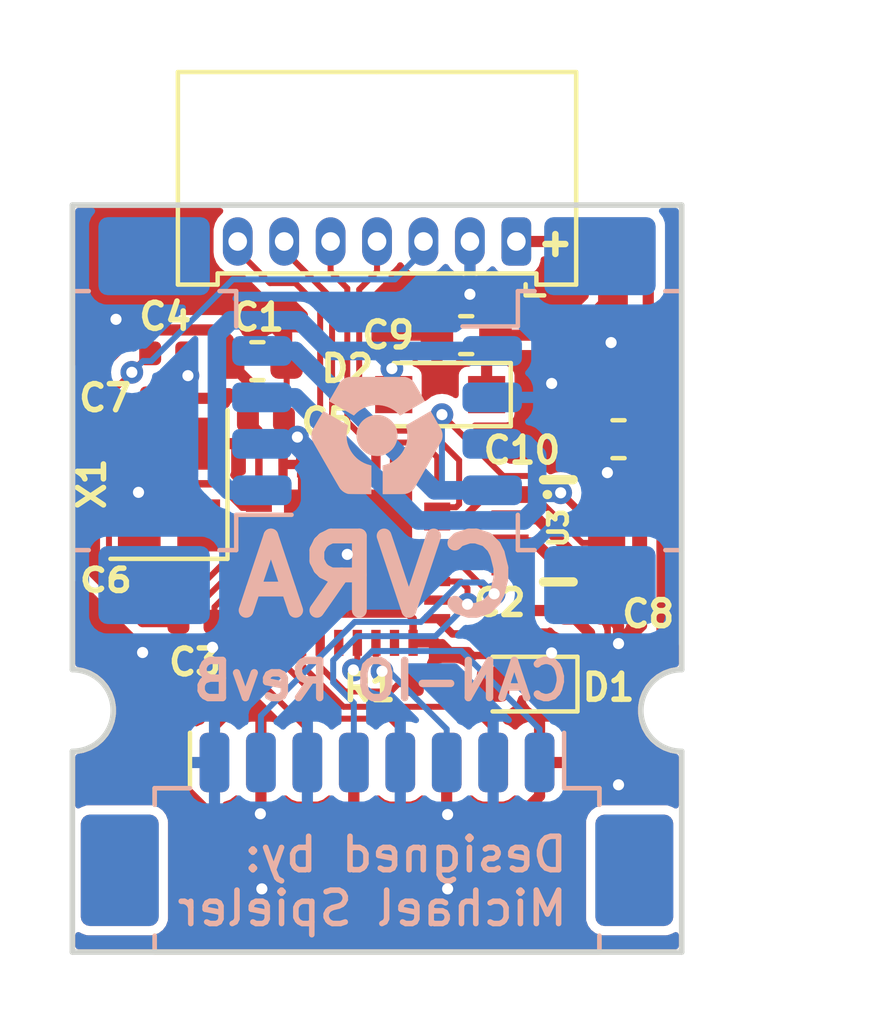
<source format=kicad_pcb>
(kicad_pcb (version 20221018) (generator pcbnew)
  (layers (0 "F.Cu" signal) (31 "B.Cu" signal) (34 "B.Paste" user) (35 "F.Paste" user) (36 "B.SilkS" user "B.Silkscreen") (37 "F.SilkS" user "F.Silkscreen") (38 "B.Mask" user) (39 "F.Mask" user) (44 "Edge.Cuts" user))
  (net 0 "")
  (net 1 "VCC")
  (net 2 "GND")
  (net 3 "/RST")
  (net 4 "Net-(C6-Pad1)")
  (net 5 "Net-(C7-Pad1)")
  (net 6 "/5V_CAN")
  (net 7 "/SWIO")
  (net 8 "/SWCK")
  (net 9 "Net-(CONN2-Pad3)")
  (net 10 "Net-(CONN2-Pad4)")
  (net 11 "/LED")
  (net 12 "/CAN_RX")
  (net 13 "/CAN_TX")
  (net 14 "/IO_PB6_I2C1SCL_UART1TX")
  (net 15 "/IO_PB7_I2C1SDA_UART1RX")
  (net 16 "/PWM3_PA10_TIM1_CH3")
  (net 17 "/PWM2_PA9_TIM1_CH2")
  (net 18 "/PWM1_PA7_TIM17_CH1")
  (net 19 "/PWM0_PA6_TIM16_CH1")
  (net 20 "/IO0_PA0")
  (net 21 "/IO1_PA1")
  (net 22 "/IO2_PA2")
  (net 23 "/IO3_PA3")
  (net 24 "Net-(D1-Pad2)")
  (net 25 "Net-(C9-Pad1)")
  (footprint "_std:_SOT23-8" (layer "F.Cu") (at 95.58 71.99 -90)
    (fp_text reference "U3" (at 0.9 -1.3 270) (layer "F.SilkS") (effects (font (size 0.5 0.5) (thickness 0.125))))
    (fp_text value "MAX3051" hide)
    (pad "1" smd rect (at 0 0 270) (size 0.45 1) (layers "F.Cu" "F.Paste" "F.Mask") (net 13 "/CAN_TX") (clearance 0.19))
    (pad "2" smd rect (at 0.65 0 270) (size 0.45 1) (layers "F.Cu" "F.Paste" "F.Mask") (net 2 "GND") (clearance 0.19))
    (pad "3" smd rect (at 1.3 0 270) (size 0.45 1) (layers "F.Cu" "F.Paste" "F.Mask") (net 1 "VCC") (clearance 0.19))
    (pad "4" smd rect (at 1.95 0 270) (size 0.45 1) (layers "F.Cu" "F.Paste" "F.Mask") (net 12 "/CAN_RX") (clearance 0.19))
    (pad "5" smd rect (at 1.95 -2.6 270) (size 0.45 1) (layers "F.Cu" "F.Paste" "F.Mask") (net 2 "GND") (clearance 0.19))
    (pad "6" smd rect (at 1.3 -2.6 270) (size 0.45 1) (layers "F.Cu" "F.Paste" "F.Mask") (net 10 "Net-(CONN2-Pad4)") (clearance 0.19))
    (pad "7" smd rect (at 0.65 -2.6 270) (size 0.45 1) (layers "F.Cu" "F.Paste" "F.Mask") (net 9 "Net-(CONN2-Pad3)") (clearance 0.19))
    (pad "8" smd rect (at 0 -2.6 270) (size 0.45 1) (layers "F.Cu" "F.Paste" "F.Mask") (net 2 "GND") (clearance 0.19))
  )
  (footprint "Capacitor_SMD:C_0402_1005Metric" (layer "F.Cu") (at 95.51 75.74)
    (fp_text reference "C2" (at -0.21 -0.84) (layer "F.SilkS") (effects (font (size 0.7 0.7))))
    (fp_text value "0.1uF")
    (pad "1" smd roundrect (at -0.485 0) (size 0.59 0.64) (layers "F.Cu" "F.Paste" "F.Mask") (net 1 "VCC"))
    (pad "2" smd roundrect (at 0.485 0) (size 0.59 0.64) (layers "F.Cu" "F.Paste" "F.Mask") (net 2 "GND"))
  )
  (footprint "Capacitor_SMD:C_0402_1005Metric" (layer "F.Cu") (at 87.14 75.41)
    (fp_text reference "C3" (at -0.04 1.09) (layer "F.SilkS") (effects (font (size 0.7 0.7))))
    (fp_text value "0.1uF")
    (pad "1" smd roundrect (at -0.485 0) (size 0.59 0.64) (layers "F.Cu" "F.Paste" "F.Mask") (net 1 "VCC"))
    (pad "2" smd roundrect (at 0.485 0) (size 0.59 0.64) (layers "F.Cu" "F.Paste" "F.Mask") (net 2 "GND"))
  )
  (footprint "Capacitor_SMD:C_0402_1005Metric" (layer "F.Cu") (at 86.38 68.19)
    (fp_text reference "C4" (at -0.08 -0.99) (layer "F.SilkS") (effects (font (size 0.7 0.7))))
    (fp_text value "0.1uF")
    (pad "1" smd roundrect (at -0.485 0) (size 0.59 0.64) (layers "F.Cu" "F.Paste" "F.Mask") (net 3 "/RST"))
    (pad "2" smd roundrect (at 0.485 0) (size 0.59 0.64) (layers "F.Cu" "F.Paste" "F.Mask") (net 2 "GND"))
  )
  (footprint "Capacitor_SMD:C_0402_1005Metric" (layer "F.Cu") (at 89.01 69.96)
    (fp_text reference "C5" (at 1.65 0.08) (layer "F.SilkS") (effects (font (size 0.7 0.7))))
    (fp_text value "0.1uF")
    (pad "1" smd roundrect (at -0.485 0) (size 0.59 0.64) (layers "F.Cu" "F.Paste" "F.Mask") (net 1 "VCC"))
    (pad "2" smd roundrect (at 0.485 0) (size 0.59 0.64) (layers "F.Cu" "F.Paste" "F.Mask") (net 2 "GND"))
  )
  (footprint "Capacitor_SMD:C_0402_1005Metric" (layer "F.Cu") (at 86.27 74.08 180)
    (fp_text reference "C6" (at 1.57 -0.22 180) (layer "F.SilkS") (effects (font (size 0.6 0.7))))
    (fp_text value "10pF")
    (pad "1" smd roundrect (at -0.485 0 180) (size 0.59 0.64) (layers "F.Cu" "F.Paste" "F.Mask") (net 4 "Net-(C6-Pad1)"))
    (pad "2" smd roundrect (at 0.485 0 180) (size 0.59 0.64) (layers "F.Cu" "F.Paste" "F.Mask") (net 2 "GND"))
  )
  (footprint "Capacitor_SMD:C_0402_1005Metric" (layer "F.Cu") (at 86.4 69.4)
    (fp_text reference "C7" (at -1.72 -0.01) (layer "F.SilkS") (effects (font (size 0.7 0.7))))
    (fp_text value "10pF")
    (pad "1" smd roundrect (at -0.485 0) (size 0.59 0.64) (layers "F.Cu" "F.Paste" "F.Mask") (net 5 "Net-(C7-Pad1)"))
    (pad "2" smd roundrect (at 0.485 0) (size 0.59 0.64) (layers "F.Cu" "F.Paste" "F.Mask") (net 2 "GND"))
  )
  (footprint "Capacitor_SMD:C_0402_1005Metric" (layer "F.Cu") (at 97.66 75.17)
    (fp_text reference "C8" (at 1.64 0.03) (layer "F.SilkS") (effects (font (size 0.7 0.7))))
    (fp_text value "0.1uF")
    (pad "1" smd roundrect (at -0.485 0) (size 0.59 0.64) (layers "F.Cu" "F.Paste" "F.Mask") (net 1 "VCC"))
    (pad "2" smd roundrect (at 0.485 0) (size 0.59 0.64) (layers "F.Cu" "F.Paste" "F.Mask") (net 2 "GND"))
  )
  (footprint "Resistor_SMD:R_0402_1005Metric" (layer "F.Cu") (at 93.45 77.09)
    (fp_text reference "R1" (at -1.65 0.1) (layer "F.SilkS") (effects (font (size 0.7 0.7))))
    (fp_text value "510")
    (pad "1" smd roundrect (at -0.485 0) (size 0.59 0.64) (layers "F.Cu" "F.Paste" "F.Mask") (net 11 "/LED"))
    (pad "2" smd roundrect (at 0.485 0) (size 0.59 0.64) (layers "F.Cu" "F.Paste" "F.Mask") (net 24 "Net-(D1-Pad2)"))
  )
  (footprint "LED_SMD:LED_0603_1608Metric" (layer "F.Cu") (at 95.91 77.09 180)
    (fp_text reference "D1" (at -2.32 -0.09 180) (layer "F.SilkS") (effects (font (size 0.7 0.7))))
    (fp_text value "LED")
    (pad "1" smd roundrect (at -0.7875 0 180) (size 0.875 0.95) (layers "F.Cu" "F.Paste" "F.Mask") (net 2 "GND"))
    (pad "2" smd roundrect (at 0.7875 0 180) (size 0.875 0.95) (layers "F.Cu" "F.Paste" "F.Mask") (net 24 "Net-(D1-Pad2)"))
  )
  (footprint "Connector_Molex:Molex_PicoBlade_53261-0871_1x08-1MP_P1.25mm_Horizontal" (layer "F.Cu") (at 92 81.6)
    (fp_text reference "J2" hide)
    (fp_text value "CONN_PWM")
    (pad "1" smd roundrect (at -4.375 -2.4) (size 0.8 1.6) (layers "F.Cu" "F.Paste" "F.Mask") (net 20 "/IO0_PA0"))
    (pad "2" smd roundrect (at -3.125 -2.4) (size 0.8 1.6) (layers "F.Cu" "F.Paste" "F.Mask") (net 2 "GND"))
    (pad "3" smd roundrect (at -1.875 -2.4) (size 0.8 1.6) (layers "F.Cu" "F.Paste" "F.Mask") (net 21 "/IO1_PA1"))
    (pad "4" smd roundrect (at -0.625 -2.4) (size 0.8 1.6) (layers "F.Cu" "F.Paste" "F.Mask") (net 2 "GND"))
    (pad "5" smd roundrect (at 0.625 -2.4) (size 0.8 1.6) (layers "F.Cu" "F.Paste" "F.Mask") (net 22 "/IO2_PA2"))
    (pad "6" smd roundrect (at 1.875 -2.4) (size 0.8 1.6) (layers "F.Cu" "F.Paste" "F.Mask") (net 2 "GND"))
    (pad "7" smd roundrect (at 3.125 -2.4) (size 0.8 1.6) (layers "F.Cu" "F.Paste" "F.Mask") (net 23 "/IO3_PA3"))
    (pad "8" smd roundrect (at 4.375 -2.4) (size 0.8 1.6) (layers "F.Cu" "F.Paste" "F.Mask") (net 2 "GND"))
    (pad "MP" smd roundrect (at -6.925 0.5) (size 2.1 3) (layers "F.Cu" "F.Paste" "F.Mask") (roundrect_rratio 0.1190480952))
    (pad "MP" smd roundrect (at 6.925 0.5) (size 2.1 3) (layers "F.Cu" "F.Paste" "F.Mask") (roundrect_rratio 0.1190480952))
  )
  (footprint "Crystal:Crystal_SMD_SeikoEpson_TSX3225-4Pin_3.2x2.5mm" (layer "F.Cu") (at 86.4 71.72 90)
    (fp_text reference "X1" (at 0.02 -2.08 90) (layer "F.SilkS") (effects (font (size 0.7 0.7))))
    (fp_text value "16MHz 10ppm")
    (pad "1" smd rect (at -1.1 0.8 90) (size 1.4 1.15) (layers "F.Cu" "F.Paste" "F.Mask") (net 4 "Net-(C6-Pad1)"))
    (pad "2" smd rect (at 1.1 0.8 90) (size 1.4 1.15) (layers "F.Cu" "F.Paste" "F.Mask") (net 2 "GND"))
    (pad "3" smd rect (at 1.1 -0.8 90) (size 1.4 1.15) (layers "F.Cu" "F.Paste" "F.Mask") (net 5 "Net-(C7-Pad1)"))
    (pad "4" smd rect (at -1.1 -0.8 90) (size 1.4 1.15) (layers "F.Cu" "F.Paste" "F.Mask") (net 2 "GND"))
  )
  (footprint "Capacitor_SMD:C_0603_1608Metric" (layer "F.Cu") (at 88.78 68.4)
    (fp_text reference "C1" (at 0.02 -1.18) (layer "F.SilkS") (effects (font (size 0.7 0.7))))
    (fp_text value "1uF")
    (pad "1" smd roundrect (at -0.7875 0) (size 0.875 0.95) (layers "F.Cu" "F.Paste" "F.Mask") (net 1 "VCC"))
    (pad "2" smd roundrect (at 0.7875 0) (size 0.875 0.95) (layers "F.Cu" "F.Paste" "F.Mask") (net 2 "GND"))
  )
  (footprint "Housings_DFN_QFN:QFN-32-1EP_5x5mm_Pitch0.5mm" (layer "F.Cu") (at 91.22 73.58)
    (fp_text reference "U1" hide)
    (fp_text value "STM32F302K8U6")
    (pad "1" smd rect (at -2.4 -1.75) (size 0.7 0.25) (layers "F.Cu" "F.Paste" "F.Mask") (net 1 "VCC"))
    (pad "2" smd rect (at -2.4 -1.25) (size 0.7 0.25) (layers "F.Cu" "F.Paste" "F.Mask") (net 5 "Net-(C7-Pad1)"))
    (pad "3" smd rect (at -2.4 -0.75) (size 0.7 0.25) (layers "F.Cu" "F.Paste" "F.Mask") (net 4 "Net-(C6-Pad1)"))
    (pad "4" smd rect (at -2.4 -0.25) (size 0.7 0.25) (layers "F.Cu" "F.Paste" "F.Mask") (net 3 "/RST"))
    (pad "5" smd rect (at -2.4 0.25) (size 0.7 0.25) (layers "F.Cu" "F.Paste" "F.Mask") (net 1 "VCC"))
    (pad "6" smd rect (at -2.4 0.75) (size 0.7 0.25) (layers "F.Cu" "F.Paste" "F.Mask") (net 2 "GND"))
    (pad "7" smd rect (at -2.4 1.25) (size 0.7 0.25) (layers "F.Cu" "F.Paste" "F.Mask") (net 20 "/IO0_PA0"))
    (pad "8" smd rect (at -2.4 1.75) (size 0.7 0.25) (layers "F.Cu" "F.Paste" "F.Mask") (net 21 "/IO1_PA1"))
    (pad "9" smd rect (at -1.75 2.4 90) (size 0.7 0.25) (layers "F.Cu" "F.Paste" "F.Mask") (net 22 "/IO2_PA2"))
    (pad "10" smd rect (at -1.25 2.4 90) (size 0.7 0.25) (layers "F.Cu" "F.Paste" "F.Mask") (net 23 "/IO3_PA3"))
    (pad "11" smd rect (at -0.75 2.4 90) (size 0.7 0.25) (layers "F.Cu" "F.Paste" "F.Mask") (net 11 "/LED"))
    (pad "12" smd rect (at -0.25 2.4 90) (size 0.7 0.25) (layers "F.Cu" "F.Paste" "F.Mask"))
    (pad "13" smd rect (at 0.25 2.4 90) (size 0.7 0.25) (layers "F.Cu" "F.Paste" "F.Mask") (net 19 "/PWM0_PA6_TIM16_CH1"))
    (pad "14" smd rect (at 0.75 2.4 90) (size 0.7 0.25) (layers "F.Cu" "F.Paste" "F.Mask") (net 18 "/PWM1_PA7_TIM17_CH1"))
    (pad "15" smd rect (at 1.25 2.4 90) (size 0.7 0.25) (layers "F.Cu" "F.Paste" "F.Mask"))
    (pad "16" smd rect (at 1.75 2.4 90) (size 0.7 0.25) (layers "F.Cu" "F.Paste" "F.Mask") (net 2 "GND"))
    (pad "17" smd rect (at 2.4 1.75) (size 0.7 0.25) (layers "F.Cu" "F.Paste" "F.Mask") (net 1 "VCC"))
    (pad "18" smd rect (at 2.4 1.25) (size 0.7 0.25) (layers "F.Cu" "F.Paste" "F.Mask"))
    (pad "19" smd rect (at 2.4 0.75) (size 0.7 0.25) (layers "F.Cu" "F.Paste" "F.Mask") (net 17 "/PWM2_PA9_TIM1_CH2"))
    (pad "20" smd rect (at 2.4 0.25) (size 0.7 0.25) (layers "F.Cu" "F.Paste" "F.Mask") (net 16 "/PWM3_PA10_TIM1_CH3"))
    (pad "21" smd rect (at 2.4 -0.25) (size 0.7 0.25) (layers "F.Cu" "F.Paste" "F.Mask") (net 12 "/CAN_RX"))
    (pad "22" smd rect (at 2.4 -0.75) (size 0.7 0.25) (layers "F.Cu" "F.Paste" "F.Mask") (net 13 "/CAN_TX"))
    (pad "23" smd rect (at 2.4 -1.25) (size 0.7 0.25) (layers "F.Cu" "F.Paste" "F.Mask") (net 7 "/SWIO"))
    (pad "24" smd rect (at 2.4 -1.75) (size 0.7 0.25) (layers "F.Cu" "F.Paste" "F.Mask") (net 8 "/SWCK"))
    (pad "25" smd rect (at 1.75 -2.4 90) (size 0.7 0.25) (layers "F.Cu" "F.Paste" "F.Mask"))
    (pad "26" smd rect (at 1.25 -2.4 90) (size 0.7 0.25) (layers "F.Cu" "F.Paste" "F.Mask"))
    (pad "27" smd rect (at 0.75 -2.4 90) (size 0.7 0.25) (layers "F.Cu" "F.Paste" "F.Mask"))
    (pad "28" smd rect (at 0.25 -2.4 90) (size 0.7 0.25) (layers "F.Cu" "F.Paste" "F.Mask"))
    (pad "29" smd rect (at -0.25 -2.4 90) (size 0.7 0.25) (layers "F.Cu" "F.Paste" "F.Mask") (net 14 "/IO_PB6_I2C1SCL_UART1TX"))
    (pad "30" smd rect (at -0.75 -2.4 90) (size 0.7 0.25) (layers "F.Cu" "F.Paste" "F.Mask") (net 15 "/IO_PB7_I2C1SDA_UART1RX"))
    (pad "31" smd rect (at -1.25 -2.4 90) (size 0.7 0.25) (layers "F.Cu" "F.Paste" "F.Mask") (net 2 "GND"))
    (pad "32" smd rect (at -1.75 -2.4 90) (size 0.7 0.25) (layers "F.Cu" "F.Paste" "F.Mask") (net 2 "GND"))
    (pad "33" smd rect (at -0.8625 -0.8625) (size 1.725 1.725) (layers "F.Cu" "F.Paste" "F.Mask") (net 2 "GND"))
    (pad "33" smd rect (at -0.8625 0.8625) (size 1.725 1.725) (layers "F.Cu" "F.Paste" "F.Mask") (net 2 "GND"))
    (pad "33" smd rect (at 0.8625 -0.8625) (size 1.725 1.725) (layers "F.Cu" "F.Paste" "F.Mask") (net 2 "GND"))
    (pad "33" smd rect (at 0.8625 0.8625) (size 1.725 1.725) (layers "F.Cu" "F.Paste" "F.Mask") (net 2 "GND"))
  )
  (footprint "Diode_SMD:D_SOD-323_HandSoldering" (layer "F.Cu") (at 93.7 69.3 180)
    (fp_text reference "D2" (at 2.5 0.7 180) (layer "F.SilkS") (effects (font (size 0.7 0.7))))
    (fp_text value "SBR130S3-7")
    (pad "1" smd rect (at -1.25 0 180) (size 1 1) (layers "F.Cu" "F.Paste" "F.Mask") (net 25 "Net-(C9-Pad1)"))
    (pad "2" smd rect (at 1.25 0 180) (size 1 1) (layers "F.Cu" "F.Paste" "F.Mask") (net 6 "/5V_CAN"))
  )
  (footprint "Capacitor_SMD:C_0603_1608Metric" (layer "F.Cu") (at 98.5 70.5 180)
    (fp_text reference "C10" (at 2.6 -0.3) (layer "F.SilkS") (effects (font (size 0.7 0.7))))
    (fp_text value "22uF")
    (pad "1" smd roundrect (at -0.7875 0 180) (size 0.875 0.95) (layers "F.Cu" "F.Paste" "F.Mask") (net 1 "VCC"))
    (pad "2" smd roundrect (at 0.7875 0 180) (size 0.875 0.95) (layers "F.Cu" "F.Paste" "F.Mask") (net 2 "GND"))
  )
  (footprint "Capacitor_SMD:C_0603_1608Metric" (layer "F.Cu") (at 94.4 67.7 180)
    (fp_text reference "C9" (at 2.1 0 180) (layer "F.SilkS") (effects (font (size 0.7 0.7))))
    (fp_text value "1uF")
    (pad "1" smd roundrect (at -0.7875 0 180) (size 0.875 0.95) (layers "F.Cu" "F.Paste" "F.Mask") (net 25 "Net-(C9-Pad1)"))
    (pad "2" smd roundrect (at 0.7875 0 180) (size 0.875 0.95) (layers "F.Cu" "F.Paste" "F.Mask") (net 2 "GND"))
  )
  (footprint "_div:_MCP1703-SOT-23A" (layer "F.Cu") (at 97.4 69)
    (fp_text reference "U2" hide)
    (fp_text value "MCP1703" hide)
    (pad "1" smd rect (at 0 0) (size 0.8 1.2) (layers "F.Cu" "F.Paste" "F.Mask") (net 2 "GND"))
    (pad "2" smd rect (at 1.9 0) (size 0.8 1.2) (layers "F.Cu" "F.Paste" "F.Mask") (net 1 "VCC"))
    (pad "3" smd rect (at 0.95 -2.6) (size 0.8 1.2) (layers "F.Cu" "F.Paste" "F.Mask") (net 25 "Net-(C9-Pad1)"))
  )
  (footprint "Connector_Molex:Molex_PicoBlade_53048-1410_1x07_P1.25mm_Horizontal" (layer "F.Cu") (at 95.75 65.18 180)
    (fp_text reference "CONN1" hide)
    (fp_text value "SWD/DEBUG")
    (pad "1" thru_hole roundrect (at 0 0 180) (size 0.8 1.3) (drill 0.5) (layers "*.Cu" "*.Mask") (net 1 "VCC"))
    (pad "2" thru_hole oval (at 1.25 0 180) (size 0.8 1.3) (drill 0.5) (layers "*.Cu" "*.Mask") (net 2 "GND"))
    (pad "3" thru_hole oval (at 2.5 0 180) (size 0.8 1.3) (drill 0.5) (layers "*.Cu" "*.Mask") (net 3 "/RST"))
    (pad "4" thru_hole oval (at 3.75 0 180) (size 0.8 1.3) (drill 0.5) (layers "*.Cu" "*.Mask") (net 7 "/SWIO"))
    (pad "5" thru_hole oval (at 5 0 180) (size 0.8 1.3) (drill 0.5) (layers "*.Cu" "*.Mask") (net 8 "/SWCK"))
    (pad "6" thru_hole oval (at 6.25 0 180) (size 0.8 1.3) (drill 0.5) (layers "*.Cu" "*.Mask") (net 14 "/IO_PB6_I2C1SCL_UART1TX"))
    (pad "7" thru_hole oval (at 7.5 0 180) (size 0.8 1.3) (drill 0.5) (layers "*.Cu" "*.Mask") (net 15 "/IO_PB7_I2C1SDA_UART1RX"))
  )
  (footprint "Connector_Molex:Molex_PicoBlade_53261-0871_1x08-1MP_P1.25mm_Horizontal" (layer "B.Cu") (at 92 81.6 180)
    (fp_text reference "J1" hide)
    (fp_text value "CONN_IO")
    (pad "1" smd roundrect (at -4.375 2.4 180) (size 0.8 1.6) (layers "B.Cu" "B.Paste" "B.Mask") (net 19 "/PWM0_PA6_TIM16_CH1"))
    (pad "2" smd roundrect (at -3.125 2.4 180) (size 0.8 1.6) (layers "B.Cu" "B.Paste" "B.Mask") (net 2 "GND"))
    (pad "3" smd roundrect (at -1.875 2.4 180) (size 0.8 1.6) (layers "B.Cu" "B.Paste" "B.Mask") (net 18 "/PWM1_PA7_TIM17_CH1"))
    (pad "4" smd roundrect (at -0.625 2.4 180) (size 0.8 1.6) (layers "B.Cu" "B.Paste" "B.Mask") (net 2 "GND"))
    (pad "5" smd roundrect (at 0.625 2.4 180) (size 0.8 1.6) (layers "B.Cu" "B.Paste" "B.Mask") (net 17 "/PWM2_PA9_TIM1_CH2"))
    (pad "6" smd roundrect (at 1.875 2.4 180) (size 0.8 1.6) (layers "B.Cu" "B.Paste" "B.Mask") (net 2 "GND"))
    (pad "7" smd roundrect (at 3.125 2.4 180) (size 0.8 1.6) (layers "B.Cu" "B.Paste" "B.Mask") (net 16 "/PWM3_PA10_TIM1_CH3"))
    (pad "8" smd roundrect (at 4.375 2.4 180) (size 0.8 1.6) (layers "B.Cu" "B.Paste" "B.Mask") (net 2 "GND"))
    (pad "MP" smd roundrect (at -6.925 -0.5 180) (size 2.1 3) (layers "B.Cu" "B.Paste" "B.Mask") (roundrect_rratio 0.1190480952))
    (pad "MP" smd roundrect (at 6.925 -0.5 180) (size 2.1 3) (layers "B.Cu" "B.Paste" "B.Mask") (roundrect_rratio 0.1190480952))
  )
  (footprint "Connector_Molex:Molex_PicoBlade_53261-0471_1x04-1MP_P1.25mm_Horizontal" (layer "B.Cu") (at 86.5 70 90)
    (fp_text reference "CONN3" hide)
    (fp_text value "CAN")
    (pad "1" smd roundrect (at -1.875 2.4 90) (size 0.8 1.6) (layers "B.Cu" "B.Paste" "B.Mask") (net 6 "/5V_CAN"))
    (pad "2" smd roundrect (at -0.625 2.4 90) (size 0.8 1.6) (layers "B.Cu" "B.Paste" "B.Mask") (net 2 "GND"))
    (pad "3" smd roundrect (at 0.625 2.4 90) (size 0.8 1.6) (layers "B.Cu" "B.Paste" "B.Mask") (net 9 "Net-(CONN2-Pad3)"))
    (pad "4" smd roundrect (at 1.875 2.4 90) (size 0.8 1.6) (layers "B.Cu" "B.Paste" "B.Mask") (net 10 "Net-(CONN2-Pad4)"))
    (pad "MP" smd roundrect (at -4.425 -0.5 90) (size 2.1 3) (layers "B.Cu" "B.Paste" "B.Mask") (roundrect_rratio 0.1190480952))
    (pad "MP" smd roundrect (at 4.425 -0.5 90) (size 2.1 3) (layers "B.Cu" "B.Paste" "B.Mask") (roundrect_rratio 0.1190480952))
  )
  (footprint "Connector_Molex:Molex_PicoBlade_53261-0471_1x04-1MP_P1.25mm_Horizontal" (layer "B.Cu") (at 97.5 70 -90)
    (fp_text reference "CONN2" hide)
    (fp_text value "CAN")
    (pad "1" smd roundrect (at -1.875 2.4 270) (size 0.8 1.6) (layers "B.Cu" "B.Paste" "B.Mask") (net 6 "/5V_CAN"))
    (pad "2" smd roundrect (at -0.625 2.4 270) (size 0.8 1.6) (layers "B.Cu" "B.Paste" "B.Mask") (net 2 "GND"))
    (pad "3" smd roundrect (at 0.625 2.4 270) (size 0.8 1.6) (layers "B.Cu" "B.Paste" "B.Mask") (net 9 "Net-(CONN2-Pad3)"))
    (pad "4" smd roundrect (at 1.875 2.4 270) (size 0.8 1.6) (layers "B.Cu" "B.Paste" "B.Mask") (net 10 "Net-(CONN2-Pad4)"))
    (pad "MP" smd roundrect (at -4.425 -0.5 270) (size 2.1 3) (layers "B.Cu" "B.Paste" "B.Mask") (roundrect_rratio 0.1190480952))
    (pad "MP" smd roundrect (at 4.425 -0.5 270) (size 2.1 3) (layers "B.Cu" "B.Paste" "B.Mask") (roundrect_rratio 0.1190480952))
  )
  (footprint "_logo:CVRA-logo-small" (layer "B.Cu") (at 92 70.4 180)
    (fp_text reference "G***" hide)
    (fp_text value "LOGO" hide)
  )
  (gr_line (start 100.2 64.2) (end 100.2 76.7) (stroke (width 0.15)) (layer "Edge.Cuts"))
  (gr_line (start 83.8 76.7) (end 83.8 64.2) (stroke (width 0.15)) (layer "Edge.Cuts"))
  (gr_line (start 100.2 84.3) (end 83.8 84.3) (stroke (width 0.15)) (layer "Edge.Cuts"))
  (gr_arc (start 83.8 76.7) (mid 84.9 77.8) (end 83.8 78.9) (stroke (width 0.15)) (layer "Edge.Cuts"))
  (gr_line (start 83.8 64.2) (end 100.2 64.2) (stroke (width 0.15)) (layer "Edge.Cuts"))
  (gr_arc (start 100.2 78.9) (mid 99.1 77.8) (end 100.2 76.7) (stroke (width 0.15)) (layer "Edge.Cuts"))
  (gr_line (start 100.2 78.9) (end 100.2 84.3) (stroke (width 0.15)) (layer "Edge.Cuts"))
  (gr_line (start 83.8 78.9) (end 83.8 84.3) (stroke (width 0.15)) (layer "Edge.Cuts"))
  (gr_text "Designed by:\nMichael Spieler" (at 97.2 82.4) (layer "B.SilkS") (effects (font (size 0.9 0.9)) (justify left mirror)))
  (gr_text "CVRA" (at 92 74.2) (layer "B.SilkS") (effects (font (size 2 2) (thickness 0.4)) (justify mirror)))
  (gr_text "CAN-IO RevB" (at 92.1 77) (layer "B.SilkS") (effects (font (size 1 1) (thickness 0.2)) (justify mirror)))
  (gr_text "+" (at 96.8 65.2) (layer "F.SilkS") (effects (font (size 0.7 0.7) (thickness 0.175)) (justify mirror)))
  (segment (start 99.3 65.791998) (end 99.3 68.1) (width 0.3) (layer "F.Cu") (net 1))
  (segment (start 97.72 78.3) (end 97.72 76.7) (width 0.3) (layer "F.Cu") (net 1))
  (segment (start 96.71999 75.10999) (end 95.65501 75.10999) (width 0.3) (layer "F.Cu") (net 1))
  (segment (start 98.688002 65.18) (end 99.3 65.791998) (width 0.3) (layer "F.Cu") (net 1))
  (segment (start 96.267002 73.29) (end 97.175 74.197998) (width 0.3) (layer "F.Cu") (net 1))
  (segment (start 86.989168 75.075832) (end 87.091146 75.075832) (width 0.16) (layer "F.Cu") (net 1))
  (segment (start 97.175 74.75) (end 97.175 75.17) (width 0.3) (layer "F.Cu") (net 1))
  (segment (start 97.72 76.02) (end 97.72 75.715) (width 0.3) (layer "F.Cu") (net 1))
  (segment (start 87.9925 67.825) (end 87.72749 67.55999) (width 0.3) (layer "F.Cu") (net 1))
  (segment (start 85.557992 67.55999) (end 84.394989 68.722993) (width 0.3) (layer "F.Cu") (net 1))
  (segment (start 97.72 79.58) (end 97.72 78.3) (width 0.3) (layer "F.Cu") (net 1))
  (segment (start 96.78 75.17) (end 96.71999 75.10999) (width 0.3) (layer "F.Cu") (net 1))
  (segment (start 84.394989 68.722993) (end 84.394989 74.109568) (width 0.3) (layer "F.Cu") (net 1))
  (segment (start 98.710202 76.7) (end 97.72 76.7) (width 0.3) (layer "F.Cu") (net 1))
  (segment (start 87.72749 67.55999) (end 85.557992 67.55999) (width 0.3) (layer "F.Cu") (net 1))
  (segment (start 87.9925 68.4) (end 87.9925 67.825) (width 0.3) (layer "F.Cu") (net 1))
  (segment (start 88.223736 81.32) (end 95.98 81.32) (width 0.3) (layer "F.Cu") (net 1))
  (segment (start 95.75 65.18) (end 98.688002 65.18) (width 0.3) (layer "F.Cu") (net 1))
  (segment (start 99.67 71.4575) (end 99.67 75.740202) (width 0.3) (layer "F.Cu") (net 1))
  (segment (start 88.525 69.96) (end 88.525 68.9325) (width 0.3) (layer "F.Cu") (net 1))
  (segment (start 97.72 76.7) (end 97.72 76.02) (width 0.3) (layer "F.Cu") (net 1))
  (segment (start 99.67 75.740202) (end 98.710202 76.7) (width 0.3) (layer "F.Cu") (net 1))
  (segment (start 97.175 75.17) (end 96.78 75.17) (width 0.3) (layer "F.Cu") (net 1))
  (segment (start 95.98 81.32) (end 97.72 79.58) (width 0.3) (layer "F.Cu") (net 1))
  (segment (start 88.82 70.255) (end 88.525 69.96) (width 0.2) (layer "F.Cu") (net 1))
  (segment (start 99.2875 71.075) (end 99.67 71.4575) (width 0.3) (layer "F.Cu") (net 1))
  (segment (start 84.394989 74.109568) (end 85.695421 75.41) (width 0.3) (layer "F.Cu") (net 1))
  (segment (start 86.655 75.41) (end 86.989168 75.075832) (width 0.16) (layer "F.Cu") (net 1))
  (segment (start 99.3 68.1) (end 99.3 69) (width 0.3) (layer "F.Cu") (net 1))
  (segment (start 99.2875 70.5) (end 99.2875 71.075) (width 0.3) (layer "F.Cu") (net 1))
  (segment (start 95.025 75.74) (end 94.03 75.74) (width 0.2) (layer "F.Cu") (net 1))
  (segment (start 88.82 71.83) (end 88.82 70.255) (width 0.2) (layer "F.Cu") (net 1))
  (segment (start 88.525 68.9325) (end 87.9925 68.4) (width 0.3) (layer "F.Cu") (net 1))
  (segment (start 94.03 75.74) (end 93.62 75.33) (width 0.2) (layer "F.Cu") (net 1))
  (segment (start 99.3 70.4875) (end 99.2875 70.5) (width 0.3) (layer "F.Cu") (net 1))
  (segment (start 85.695421 75.41) (end 86.655 75.41) (width 0.3) (layer "F.Cu") (net 1))
  (segment (start 88.336978 73.83) (end 88.82 73.83) (width 0.16) (layer "F.Cu") (net 1))
  (segment (start 97.72 75.715) (end 97.175 75.17) (width 0.3) (layer "F.Cu") (net 1))
  (segment (start 86.655 79.751264) (end 88.223736 81.32) (width 0.3) (layer "F.Cu") (net 1))
  (segment (start 95.359168 75.405832) (end 95.025 75.74) (width 0.3) (layer "F.Cu") (net 1))
  (segment (start 97.175 74.197998) (end 97.175 74.75) (width 0.3) (layer "F.Cu") (net 1))
  (segment (start 95.58 73.29) (end 96.267002 73.29) (width 0.3) (layer "F.Cu") (net 1))
  (segment (start 95.65501 75.10999) (end 95.359168 75.405832) (width 0.3) (layer "F.Cu") (net 1))
  (segment (start 86.655 75.41) (end 86.655 79.751264) (width 0.3) (layer "F.Cu") (net 1))
  (segment (start 99.3 69) (end 99.3 70.4875) (width 0.3) (layer "F.Cu") (net 1))
  (segment (start 87.091146 75.075832) (end 88.336978 73.83) (width 0.16) (layer "F.Cu") (net 1))
  (segment (start 89.495 69.96) (end 89.495 69.4) (width 0.16) (layer "F.Cu") (net 2))
  (segment (start 89.5675 67.825) (end 88.72999 66.98749) (width 0.3) (layer "F.Cu") (net 2))
  (segment (start 95.875 80.6) (end 93.9 80.6) (width 0.3) (layer "F.Cu") (net 2))
  (segment (start 93.6125 67.125) (end 93.6125 67.7) (width 0.16) (layer "F.Cu") (net 2))
  (segment (start 85.6 71.95) (end 85.58 71.93) (width 0.16) (layer "F.Cu") (net 2))
  (segment (start 85.785 74.08) (end 85.785 73.005) (width 0.16) (layer "F.Cu") (net 2))
  (segment (start 91.4 80.58) (end 93.88 80.58) (width 0.3) (layer "F.Cu") (net 2))
  (segment (start 98.18 71.99) (end 98.18 71.42) (width 0.3) (layer "F.Cu") (net 2))
  (segment (start 94.5 65.18) (end 94.5 66.6) (width 0.16) (layer "F.Cu") (net 2))
  (segment (start 90.245 74.33) (end 90.3575 74.4425) (width 0.2) (layer "F.Cu") (net 2))
  (segment (start 89.5675 68.4) (end 89.5675 67.825) (width 0.3) (layer "F.Cu") (net 2))
  (segment (start 94.068665 66.6) (end 93.6125 67.056165) (width 0.16) (layer "F.Cu") (net 2))
  (segment (start 88.875 80.1) (end 88.86 80.115) (width 0.16) (layer "F.Cu") (net 2))
  (segment (start 89.47 71.18) (end 89.47 69.985) (width 0.2) (layer "F.Cu") (net 2))
  (segment (start 96.6975 76.25) (end 96.6975 75.8475) (width 0.16) (layer "F.Cu") (net 2))
  (segment (start 88.875 79.2) (end 88.875 80.1) (width 0.16) (layer "F.Cu") (net 2))
  (segment (start 88.86 80.58) (end 91.4 80.58) (width 0.3) (layer "F.Cu") (net 2))
  (segment (start 96.318444 72.64) (end 97.618444 73.94) (width 0.3) (layer "F.Cu") (net 2))
  (segment (start 98.145 75.17) (end 98.5 75.525) (width 0.3) (layer "F.Cu") (net 2))
  (segment (start 89.97 72.33) (end 90.3575 72.7175) (width 0.2) (layer "F.Cu") (net 2))
  (segment (start 96.375 80.1) (end 95.875 80.6) (width 0.3) (layer "F.Cu") (net 2))
  (segment (start 89.97 71.18) (end 89.97 70.556164) (width 0.3) (layer "F.Cu") (net 2))
  (segment (start 87.625 75.015) (end 87.625 75.41) (width 0.16) (layer "F.Cu") (net 2))
  (segment (start 88.72999 66.98749) (end 85.26075 66.98749) (width 0.3) (layer "F.Cu") (net 2))
  (segment (start 95.995 75.74) (end 96.59 75.74) (width 0.16) (layer "F.Cu") (net 2))
  (segment (start 92.97 75.98) (end 93.760869 75.98) (width 0.2) (layer "F.Cu") (net 2))
  (segment (start 97.7125 71.343835) (end 97.768665 71.4) (width 0.16) (layer "F.Cu") (net 2))
  (segment (start 95.41499 76.32001) (end 95.660832 76.074168) (width 0.2) (layer "F.Cu") (net 2))
  (segment (start 89.5675 69.3275) (end 89.5675 68.4) (width 0.16) (layer "F.Cu") (net 2))
  (segment (start 86.885 68.815) (end 86.91 68.79) (width 0.16) (layer "F.Cu") (net 2))
  (segment (start 98.93 75.17) (end 99.1 75) (width 0.16) (layer "F.Cu") (net 2))
  (segment (start 94.5 66.6) (end 94.068665 66.6) (width 0.16) (layer "F.Cu") (net 2))
  (segment (start 88.875 79.2) (end 88.875 80.565) (width 0.16) (layer "F.Cu") (net 2))
  (segment (start 98.18 71.42) (end 98.2 71.4) (width 0.3) (layer "F.Cu") (net 2))
  (segment (start 98.98 73.94) (end 98.18 73.94) (width 0.3) (layer "F.Cu") (net 2))
  (segment (start 97.768665 71.4) (end 98.2 71.4) (width 0.16) (layer "F.Cu") (net 2))
  (segment (start 85.26075 66.98749) (end 84.97412 67.27412) (width 0.3) (layer "F.Cu") (net 2))
  (segment (start 98.5 75.525) (end 98.5 76) (width 0.3) (layer "F.Cu") (net 2))
  (segment (start 98.18 71.99) (end 98.98 71.99) (width 0.3) (layer "F.Cu") (net 2))
  (segment (start 93.6125 67.056165) (end 93.6125 67.125) (width 0.16) (layer "F.Cu") (net 2))
  (segment (start 89.97 70.556164) (end 89.856918 70.443082) (width 0.3) (layer "F.Cu") (net 2))
  (segment (start 88.82 74.33) (end 90.245 74.33) (width 0.2) (layer "F.Cu") (net 2))
  (segment (start 95.58 72.64) (end 96.318444 72.64) (width 0.3) (layer "F.Cu") (net 2))
  (segment (start 91.375 80.555) (end 91.375 79.2) (width 0.3) (layer "F.Cu") (net 2))
  (segment (start 86.885 69.4) (end 86.885 70.305) (width 0.16) (layer "F.Cu") (net 2))
  (segment (start 85.6 72.82) (end 85.6 71.95) (width 0.16) (layer "F.Cu") (net 2))
  (segment (start 96.6975 77.09) (end 96.6975 76.25) (width 0.16) (layer "F.Cu") (net 2))
  (segment (start 96.375 80.1) (end 96.375 79.2) (width 0.3) (layer "F.Cu") (net 2))
  (segment (start 87.625 76.045) (end 87.57 76.1) (width 0.16) (layer "F.Cu") (net 2))
  (segment (start 96.7 69) (end 97.4 69) (width 0.3) (layer "F.Cu") (net 2))
  (segment (start 93.88 80.58) (end 93.9 80.6) (width 0.3) (layer "F.Cu") (net 2))
  (segment (start 92.97 75.33) (end 92.0825 74.4425) (width 0.2) (layer "F.Cu") (net 2))
  (segment (start 97.7125 70.5) (end 97.7125 71.343835) (width 0.16) (layer "F.Cu") (net 2))
  (segment (start 91.4 80.58) (end 91.375 80.555) (width 0.3) (layer "F.Cu") (net 2))
  (segment (start 99.020001 73.899999) (end 98.98 73.94) (width 0.3) (layer "F.Cu") (net 2))
  (segment (start 87.625 75.41) (end 87.625 76.045) (width 0.16) (layer "F.Cu") (net 2))
  (segment (start 96.6975 75.8475) (end 96.59 75.74) (width 0.16) (layer "F.Cu") (net 2))
  (segment (start 85.785 73.005) (end 85.6 72.82) (width 0.16) (layer "F.Cu") (net 2))
  (segment (start 89.47 71.18) (end 89.97 71.18) (width 0.2) (layer "F.Cu") (net 2))
  (segment (start 89.97 71.18) (end 89.97 72.33) (width 0.2) (layer "F.Cu") (net 2))
  (segment (start 89.47 69.985) (end 89.495 69.96) (width 0.2) (layer "F.Cu") (net 2))
  (segment (start 94.100879 76.32001) (end 95.41499 76.32001) (width 0.2) (layer "F.Cu") (net 2))
  (segment (start 95.660832 76.074168) (end 95.995 75.74) (width 0.2) (layer "F.Cu") (net 2))
  (segment (start 88.82 74.33) (end 88.31 74.33) (width 0.16) (layer "F.Cu") (net 2))
  (segment (start 99.020001 72.030001) (end 99.020001 73.899999) (width 0.3) (layer "F.Cu") (net 2))
  (segment (start 88.875 80.565) (end 88.86 80.58) (width 0.16) (layer "F.Cu") (net 2))
  (segment (start 98.145 75.17) (end 98.93 75.17) (width 0.16) (layer "F.Cu") (net 2))
  (segment (start 98.98 71.99) (end 99.020001 72.030001) (width 0.3) (layer "F.Cu") (net 2))
  (segment (start 86.885 69.4) (end 86.885 68.815) (width 0.16) (layer "F.Cu") (net 2))
  (segment (start 88.31 74.33) (end 87.625 75.015) (width 0.16) (layer "F.Cu") (net 2))
  (segment (start 92.97 75.98) (end 92.97 75.33) (width 0.2) (layer "F.Cu") (net 2))
  (segment (start 89.495 69.4) (end 89.5675 69.3275) (width 0.16) (layer "F.Cu") (net 2))
  (segment (start 93.760869 75.98) (end 94.100879 76.32001) (width 0.2) (layer "F.Cu") (net 2))
  (segment (start 97.618444 73.94) (end 98.18 73.94) (width 0.3) (layer "F.Cu") (net 2))
  (segment (start 86.885 70.305) (end 87.2 70.62) (width 0.16) (layer "F.Cu") (net 2))
  (via (at 98.2 71.4) (size 0.61) (drill 0.3) (layers "F.Cu" "B.Cu") (net 2))
  (via (at 88.9 82.6) (size 0.61) (drill 0.3) (layers "F.Cu" "B.Cu") (net 2))
  (via (at 91.2 73.6) (size 0.61) (drill 0.3) (layers "F.Cu" "B.Cu") (net 2))
  (via (at 85.69 76.24) (size 0.61) (drill 0.3) (layers "F.Cu" "B.Cu") (net 2))
  (via (at 84.97412 67.27412) (size 0.61) (drill 0.3) (layers "F.Cu" "B.Cu") (net 2))
  (via (at 87.57 76.1) (size 0.61) (drill 0.3) (layers "F.Cu" "B.Cu") (net 2))
  (via (at 96.6975 76.25) (size 0.61) (drill 0.3) (layers "F.Cu" "B.Cu") (net 2))
  (via (at 98.5 79.8) (size 0.61) (drill 0.3) (layers "F.Cu" "B.Cu") (net 2))
  (via (at 86.91 68.79) (size 0.61) (drill 0.3) (layers "F.Cu" "B.Cu") (net 2))
  (via (at 85.58 71.93) (size 0.61) (drill 0.3) (layers "F.Cu" "B.Cu") (net 2))
  (via (at 93.9 80.6) (size 0.61) (drill 0.3) (layers "F.Cu" "B.Cu") (net 2))
  (via (at 94.5 66.6) (size 0.61) (drill 0.3) (layers "F.Cu" "B.Cu") (net 2))
  (via (at 96.7 69) (size 0.61) (drill 0.3) (layers "F.Cu" "B.Cu") (net 2))
  (via (at 98.5 76) (size 0.61) (drill 0.3) (layers "F.Cu" "B.Cu") (net 2))
  (via (at 89.856918 70.443082) (size 0.61) (drill 0.3) (layers "F.Cu" "B.Cu") (net 2))
  (via (at 98.3 67.9) (size 0.61) (drill 0.3) (layers "F.Cu" "B.Cu") (net 2))
  (via (at 88.86 80.58) (size 0.61) (drill 0.3) (layers "F.Cu" "B.Cu") (net 2))
  (via (at 93.9 82.6) (size 0.61) (drill 0.3) (layers "F.Cu" "B.Cu") (net 2))
  (segment (start 88.9 70.625) (end 89.8 70.625) (width 0.5) (layer "B.Cu") (net 2))
  (segment (start 87.57 76.1) (end 85.83 76.1) (width 0.2) (layer "B.Cu") (net 2))
  (segment (start 88.9 82.6) (end 88.9 80.62) (width 0.3) (layer "B.Cu") (net 2))
  (segment (start 98.5 76) (end 98.5 79.8) (width 0.3) (layer "B.Cu") (net 2))
  (segment (start 96.783024 72.8) (end 97.231335 72.8) (width 0.3) (layer "B.Cu") (net 2))
  (segment (start 95.1 69.375) (end 96.325 69.375) (width 0.3) (layer "B.Cu") (net 2))
  (segment (start 88.9 80.62) (end 88.86 80.58) (width 0.3) (layer "B.Cu") (net 2))
  (segment (start 96.7 69) (end 97.8 67.9) (width 0.16) (layer "B.Cu") (net 2))
  (segment (start 93.9 80.6) (end 93.9 82.6) (width 0.3) (layer "B.Cu") (net 2))
  (segment (start 90.3575 71.355) (end 90.3575 72.7175) (width 0.5) (layer "B.Cu") (net 2))
  (segment (start 98.2 71.831335) (end 98.2 71.4) (width 0.3) (layer "B.Cu") (net 2))
  (segment (start 94.5 66.6) (end 94.99727 66.6) (width 0.16) (layer "B.Cu") (net 2))
  (segment (start 96.7 68.568665) (end 96.7 69) (width 0.16) (layer "B.Cu") (net 2))
  (segment (start 91.2 73.6) (end 95.983024 73.6) (width 0.3) (layer "B.Cu") (net 2))
  (segment (start 96.7 68.30273) (end 96.7 68.568665) (width 0.16) (layer "B.Cu") (net 2))
  (segment (start 89.8 70.625) (end 90.3575 71.1825) (width 0.5) (layer "B.Cu") (net 2))
  (segment (start 93.88 81.136335) (end 93.9 81.156335) (width 0.2) (layer "B.Cu") (net 2))
  (segment (start 85.83 76.1) (end 85.69 76.24) (width 0.2) (layer "B.Cu") (net 2))
  (segment (start 93.88 80.705) (end 93.88 81.136335) (width 0.2) (layer "B.Cu") (net 2))
  (segment (start 95.983024 73.6) (end 96.783024 72.8) (width 0.3) (layer "B.Cu") (net 2))
  (segment (start 94.99727 66.6) (end 96.7 68.30273) (width 0.16) (layer "B.Cu") (net 2))
  (segment (start 97.231335 72.8) (end 98.2 71.831335) (width 0.3) (layer "B.Cu") (net 2))
  (segment (start 93.9 81.156335) (end 93.9 82.6) (width 0.2) (layer "B.Cu") (net 2))
  (segment (start 96.325 69.375) (end 96.7 69) (width 0.3) (layer "B.Cu") (net 2))
  (segment (start 97.8 67.9) (end 98.3 67.9) (width 0.16) (layer "B.Cu") (net 2))
  (segment (start 90.3575 71.1825) (end 90.3575 71.355) (width 0.5) (layer "B.Cu") (net 2))
  (segment (start 85.476988 74.64001) (end 84.784999 73.948021) (width 0.16) (layer "F.Cu") (net 3))
  (segment (start 88.373022 73.33) (end 87.063012 74.64001) (width 0.16) (layer "F.Cu") (net 3))
  (segment (start 88.82 73.33) (end 88.373022 73.33) (width 0.16) (layer "F.Cu") (net 3))
  (segment (start 87.063012 74.64001) (end 85.476988 74.64001) (width 0.16) (layer "F.Cu") (net 3))
  (segment (start 84.784999 69.315001) (end 85.4 68.7) (width 0.16) (layer "F.Cu") (net 3))
  (segment (start 85.4 68.685) (end 85.895 68.19) (width 0.16) (layer "F.Cu") (net 3))
  (segment (start 85.4 68.7) (end 85.4 68.685) (width 0.16) (layer "F.Cu") (net 3))
  (segment (start 93.3 65.23) (end 93.25 65.18) (width 0.16) (layer "F.Cu") (net 3))
  (segment (start 84.784999 73.948021) (end 84.784999 69.315001) (width 0.16) (layer "F.Cu") (net 3))
  (via (at 85.4 68.7) (size 0.61) (drill 0.3) (layers "F.Cu" "B.Cu") (net 3))
  (segment (start 92.48 66.2) (end 93.25 65.43) (width 0.16) (layer "B.Cu") (net 3))
  (segment (start 85.922979 68.395001) (end 88.11798 66.2) (width 0.16) (layer "B.Cu") (net 3))
  (segment (start 85.704999 68.395001) (end 85.922979 68.395001) (width 0.16) (layer "B.Cu") (net 3))
  (segment (start 85.4 68.7) (end 85.704999 68.395001) (width 0.16) (layer "B.Cu") (net 3))
  (segment (start 88.11798 66.2) (end 92.48 66.2) (width 0.16) (layer "B.Cu") (net 3))
  (segment (start 93.25 65.43) (end 93.25 65.18) (width 0.16) (layer "B.Cu") (net 3))
  (segment (start 87.21 72.83) (end 87.2 72.82) (width 0.2) (layer "F.Cu") (net 4))
  (segment (start 87.2 73.635) (end 86.755 74.08) (width 0.16) (layer "F.Cu") (net 4))
  (segment (start 88.82 72.83) (end 87.21 72.83) (width 0.2) (layer "F.Cu") (net 4))
  (segment (start 87.2 72.82) (end 87.2 73.635) (width 0.16) (layer "F.Cu") (net 4))
  (segment (start 85.6 69.715) (end 85.915 69.4) (width 0.16) (layer "F.Cu") (net 5))
  (segment (start 85.6 70.745) (end 85.6 70.62) (width 0.2) (layer "F.Cu") (net 5))
  (segment (start 86.555 71.7) (end 87.746998 71.7) (width 0.2) (layer "F.Cu") (net 5))
  (segment (start 88.376998 72.33) (end 88.82 72.33) (width 0.2) (layer "F.Cu") (net 5))
  (segment (start 87.746998 71.7) (end 88.376998 72.33) (width 0.2) (layer "F.Cu") (net 5))
  (segment (start 85.6 70.745) (end 86.555 71.7) (width 0.2) (layer "F.Cu") (net 5))
  (segment (start 85.6 70.62) (end 85.6 69.715) (width 0.16) (layer "F.Cu") (net 5))
  (segment (start 92.45 68.65) (end 92.4 68.6) (width 0.3) (layer "F.Cu") (net 6))
  (segment (start 92.45 69.3) (end 92.45 68.65) (width 0.3) (layer "F.Cu") (net 6))
  (via (at 92.4 68.6) (size 0.61) (drill 0.3) (layers "F.Cu" "B.Cu") (net 6))
  (segment (start 95.1 68.125) (end 91.925 68.125) (width 0.5) (layer "B.Cu") (net 6))
  (segment (start 88.9 71.875) (end 88 71.875) (width 0.5) (layer "B.Cu") (net 6))
  (segment (start 90.733394 68.125) (end 91.925 68.125) (width 0.5) (layer "B.Cu") (net 6))
  (segment (start 87.68999 71.56499) (end 87.68999 67.672324) (width 0.5) (layer "B.Cu") (net 6))
  (segment (start 88.062314 67.3) (end 89.908394 67.3) (width 0.5) (layer "B.Cu") (net 6))
  (segment (start 88 71.875) (end 87.68999 71.56499) (width 0.5) (layer "B.Cu") (net 6))
  (segment (start 89.908394 67.3) (end 90.733394 68.125) (width 0.5) (layer "B.Cu") (net 6))
  (segment (start 87.68999 67.672324) (end 88.062314 67.3) (width 0.5) (layer "B.Cu") (net 6))
  (segment (start 92.4 68.6) (end 91.925 68.125) (width 0.3) (layer "B.Cu") (net 6))
  (segment (start 94.210001 71.065871) (end 93.41412 70.26999) (width 0.16) (layer "F.Cu") (net 7))
  (segment (start 93.62 72.33) (end 94.13 72.33) (width 0.16) (layer "F.Cu") (net 7))
  (segment (start 92 65.18) (end 92 65.99) (width 0.16) (layer "F.Cu") (net 7))
  (segment (start 91.52001 69.896582) (end 91.893419 70.269991) (width 0.16) (layer "F.Cu") (net 7))
  (segment (start 91.52001 66.46999) (end 91.52001 69.896582) (width 0.16) (layer "F.Cu") (net 7))
  (segment (start 93.41412 70.26999) (end 91.893419 70.269991) (width 0.16) (layer "F.Cu") (net 7))
  (segment (start 94.210001 72.249999) (end 94.210001 71.065871) (width 0.16) (layer "F.Cu") (net 7))
  (segment (start 92 65.99) (end 91.52001 66.46999) (width 0.16) (layer "F.Cu") (net 7))
  (segment (start 94.13 72.33) (end 94.210001 72.249999) (width 0.16) (layer "F.Cu") (net 7))
  (segment (start 91.760866 70.59) (end 93.225 70.59) (width 0.16) (layer "F.Cu") (net 8))
  (segment (start 93.62 70.985) (end 93.62 71.83) (width 0.16) (layer "F.Cu") (net 8))
  (segment (start 91.2 70.029134) (end 91.760866 70.59) (width 0.16) (layer "F.Cu") (net 8))
  (segment (start 93.225 70.59) (end 93.62 70.985) (width 0.16) (layer "F.Cu") (net 8))
  (segment (start 91.2 66.44) (end 91.2 70.029134) (width 0.16) (layer "F.Cu") (net 8))
  (segment (start 90.75 65.99) (end 91.2 66.44) (width 0.16) (layer "F.Cu") (net 8))
  (segment (start 90.75 65.18) (end 90.75 65.99) (width 0.16) (layer "F.Cu") (net 8))
  (segment (start 98.18 72.64) (end 97.640747 72.64) (width 0.2) (layer "F.Cu") (net 9))
  (segment (start 97.640747 72.64) (end 96.942874 71.942127) (width 0.2) (layer "F.Cu") (net 9))
  (via (at 96.942874 71.942127) (size 0.61) (drill 0.3) (layers "F.Cu" "B.Cu") (net 9))
  (segment (start 96.942874 71.942127) (end 96.362137 71.942127) (width 0.5) (layer "B.Cu") (net 9))
  (segment (start 96.31001 70.93501) (end 96.31001 71.89) (width 0.5) (layer "B.Cu") (net 9))
  (segment (start 95.1 70.625) (end 96 70.625) (width 0.5) (layer "B.Cu") (net 9))
  (segment (start 96.31001 71.89) (end 96.31001 72.327676) (width 0.5) (layer "B.Cu") (net 9))
  (segment (start 89.8 69.375) (end 88.9 69.375) (width 0.5) (layer "B.Cu") (net 9))
  (segment (start 95.952676 72.68501) (end 93.11001 72.68501) (width 0.5) (layer "B.Cu") (net 9))
  (segment (start 96 70.625) (end 96.31001 70.93501) (width 0.5) (layer "B.Cu") (net 9))
  (segment (start 96.31001 72.327676) (end 95.952676 72.68501) (width 0.5) (layer "B.Cu") (net 9))
  (segment (start 96.362137 71.942127) (end 96.31001 71.89) (width 0.5) (layer "B.Cu") (net 9))
  (segment (start 93.11001 72.68501) (end 89.8 69.375) (width 0.5) (layer "B.Cu") (net 9))
  (segment (start 97.52 73.29) (end 98.18 73.29) (width 0.16) (layer "F.Cu") (net 10))
  (segment (start 96.2 71.49) (end 96.350001 71.640001) (width 0.16) (layer "F.Cu") (net 10))
  (segment (start 96.350001 71.640001) (end 96.350001 72.120001) (width 0.16) (layer "F.Cu") (net 10))
  (segment (start 96.350001 72.120001) (end 97.52 73.29) (width 0.16) (layer "F.Cu") (net 10))
  (segment (start 93.747343 69.838727) (end 95.398616 71.49) (width 0.16) (layer "F.Cu") (net 10))
  (segment (start 95.398616 71.49) (end 96.2 71.49) (width 0.16) (layer "F.Cu") (net 10))
  (via (at 93.747343 69.838727) (size 0.61) (drill 0.3) (layers "F.Cu" "B.Cu") (net 10))
  (segment (start 91.88 70.205) (end 93.55 71.875) (width 0.5) (layer "B.Cu") (net 10))
  (segment (start 89.8 68.125) (end 91.88 70.205) (width 0.5) (layer "B.Cu") (net 10))
  (segment (start 93.747343 69.838727) (end 93.747343 71.677657) (width 0.16) (layer "B.Cu") (net 10))
  (segment (start 94.2 71.875) (end 95.1 71.875) (width 0.5) (layer "B.Cu") (net 10))
  (segment (start 93.55 71.875) (end 94.2 71.875) (width 0.5) (layer "B.Cu") (net 10))
  (segment (start 93.747343 71.677657) (end 93.55 71.875) (width 0.16) (layer "B.Cu") (net 10))
  (segment (start 88.9 68.125) (end 89.8 68.125) (width 0.5) (layer "B.Cu") (net 10))
  (segment (start 90.47 76.620894) (end 91.138366 77.28926) (width 0.16) (layer "F.Cu") (net 11))
  (segment (start 92.57 77.09) (end 92.965 77.09) (width 0.16) (layer "F.Cu") (net 11))
  (segment (start 90.47 75.98) (end 90.47 76.620894) (width 0.16) (layer "F.Cu") (net 11))
  (segment (start 92.37074 77.28926) (end 92.57 77.09) (width 0.16) (layer "F.Cu") (net 11))
  (segment (start 91.138366 77.28926) (end 92.37074 77.28926) (width 0.16) (layer "F.Cu") (net 11))
  (segment (start 93.62 73.33) (end 94.372998 73.33) (width 0.2) (layer "F.Cu") (net 12))
  (segment (start 94.982998 73.94) (end 95.58 73.94) (width 0.2) (layer "F.Cu") (net 12))
  (segment (start 94.372998 73.33) (end 94.982998 73.94) (width 0.2) (layer "F.Cu") (net 12))
  (segment (start 94.110846 72.83) (end 94.950846 71.99) (width 0.2) (layer "F.Cu") (net 13))
  (segment (start 93.62 72.83) (end 94.110846 72.83) (width 0.2) (layer "F.Cu") (net 13))
  (segment (start 94.950846 71.99) (end 95.58 71.99) (width 0.2) (layer "F.Cu") (net 13))
  (segment (start 90.79001 66.72001) (end 89.5 65.43) (width 0.16) (layer "F.Cu") (net 14))
  (segment (start 90.97 71.18) (end 90.97 70.67) (width 0.16) (layer "F.Cu") (net 14))
  (segment (start 90.97 70.67) (end 90.79001 70.49001) (width 0.16) (layer "F.Cu") (net 14))
  (segment (start 90.79001 70.49001) (end 90.79001 66.72001) (width 0.16) (layer "F.Cu") (net 14))
  (segment (start 89.5 65.43) (end 89.5 65.18) (width 0.16) (layer "F.Cu") (net 14))
  (segment (start 88.25 65.43) (end 88.42 65.6) (width 0.16) (layer "F.Cu") (net 15))
  (segment (start 89.8 66.3) (end 90.47 66.97) (width 0.16) (layer "F.Cu") (net 15))
  (segment (start 88.25 65.18) (end 88.25 65.43) (width 0.16) (layer "F.Cu") (net 15))
  (segment (start 90.47 66.97) (end 90.47 71.18) (width 0.16) (layer "F.Cu") (net 15))
  (segment (start 89.12 66.3) (end 89.8 66.3) (width 0.16) (layer "F.Cu") (net 15))
  (segment (start 88.25 65.43) (end 89.12 66.3) (width 0.16) (layer "F.Cu") (net 15))
  (segment (start 95.038904 74.660001) (end 95.152292 74.660001) (width 0.16) (layer "F.Cu") (net 16))
  (segment (start 93.62 73.83) (end 94.208903 73.83) (width 0.16) (layer "F.Cu") (net 16))
  (segment (start 94.208903 73.83) (end 95.038904 74.660001) (width 0.16) (layer "F.Cu") (net 16))
  (via (at 95.152292 74.660001) (size 0.61) (drill 0.3) (layers "F.Cu" "B.Cu") (net 16))
  (segment (start 88.875 78.3) (end 88.875 79.2) (width 0.16) (layer "B.Cu") (net 16))
  (segment (start 94.847293 74.355002) (end 94.244998 74.355002) (width 0.16) (layer "B.Cu") (net 16))
  (segment (start 95.152292 74.660001) (end 94.847293 74.355002) (width 0.16) (layer "B.Cu") (net 16))
  (segment (start 88.875 77.942024) (end 88.875 78.3) (width 0.16) (layer "B.Cu") (net 16))
  (segment (start 94.244998 74.355002) (end 93.182976 75.417024) (width 0.16) (layer "B.Cu") (net 16))
  (segment (start 93.182976 75.417024) (end 91.4 75.417024) (width 0.16) (layer "B.Cu") (net 16))
  (segment (start 91.4 75.417024) (end 88.875 77.942024) (width 0.16) (layer "B.Cu") (net 16))
  (segment (start 94.435002 74.508661) (end 94.256341 74.33) (width 0.16) (layer "F.Cu") (net 17))
  (segment (start 94.13 74.33) (end 93.62 74.33) (width 0.16) (layer "F.Cu") (net 17))
  (segment (start 94.435002 74.939996) (end 94.435002 74.508661) (width 0.16) (layer "F.Cu") (net 17))
  (segment (start 94.256341 74.33) (end 94.13 74.33) (width 0.16) (layer "F.Cu") (net 17))
  (via (at 94.435002 74.939996) (size 0.61) (drill 0.3) (layers "F.Cu" "B.Cu") (net 17))
  (segment (start 90.819586 76.45) (end 90.819586 77.044586) (width 0.16) (layer "B.Cu") (net 17))
  (segment (start 90.819586 77.044586) (end 91.375 77.6) (width 0.16) (layer "B.Cu") (net 17))
  (segment (start 93.574998 75.8) (end 91.469586 75.8) (width 0.16) (layer "B.Cu") (net 17))
  (segment (start 94.435002 74.939996) (end 93.574998 75.8) (width 0.16) (layer "B.Cu") (net 17))
  (segment (start 91.375 77.6) (end 91.375 79.2) (width 0.16) (layer "B.Cu") (net 17))
  (segment (start 91.469586 75.8) (end 90.819586 76.45) (width 0.16) (layer "B.Cu") (net 17))
  (segment (start 91.97 76.580485) (end 92.133774 76.744259) (width 0.16) (layer "F.Cu") (net 18))
  (segment (start 91.97 75.98) (end 91.97 76.580485) (width 0.16) (layer "F.Cu") (net 18))
  (via (at 92.133774 76.744259) (size 0.61) (drill 0.3) (layers "F.Cu" "B.Cu") (net 18))
  (segment (start 93.875 79.2) (end 93.875 78.3) (width 0.16) (layer "B.Cu") (net 18))
  (segment (start 93.875 78.3) (end 92.319259 76.744259) (width 0.16) (layer "B.Cu") (net 18))
  (segment (start 92.319259 76.744259) (end 92.133774 76.744259) (width 0.16) (layer "B.Cu") (net 18))
  (segment (start 91.47 75.98) (end 91.47 76.603466) (width 0.16) (layer "F.Cu") (net 19))
  (segment (start 91.47 76.603466) (end 91.364587 76.708879) (width 0.16) (layer "F.Cu") (net 19))
  (via (at 91.364587 76.708879) (size 0.61) (drill 0.3) (layers "F.Cu" "B.Cu") (net 19))
  (segment (start 96.375 78.3) (end 96.375 79.2) (width 0.16) (layer "B.Cu") (net 19))
  (segment (start 94.274258 76.199258) (end 96.375 78.3) (width 0.16) (layer "B.Cu") (net 19))
  (segment (start 91.874208 76.199258) (end 94.274258 76.199258) (width 0.16) (layer "B.Cu") (net 19))
  (segment (start 91.364587 76.708879) (end 91.874208 76.199258) (width 0.16) (layer "B.Cu") (net 19))
  (segment (start 87.625 79.2) (end 87.625 78.3) (width 0.16) (layer "F.Cu") (net 20))
  (segment (start 88.31 74.83) (end 88.82 74.83) (width 0.16) (layer "F.Cu") (net 20))
  (segment (start 88.19001 74.94999) (end 88.31 74.83) (width 0.16) (layer "F.Cu") (net 20))
  (segment (start 88.19001 77.73499) (end 88.19001 74.94999) (width 0.16) (layer "F.Cu") (net 20))
  (segment (start 87.625 78.3) (end 88.19001 77.73499) (width 0.16) (layer "F.Cu") (net 20))
  (segment (start 88.82 76.995) (end 88.82 75.615) (width 0.16) (layer "F.Cu") (net 21))
  (segment (start 90.125 79.2) (end 90.125 78.3) (width 0.16) (layer "F.Cu") (net 21))
  (segment (start 90.125 78.3) (end 88.82 76.995) (width 0.16) (layer "F.Cu") (net 21))
  (segment (start 88.82 75.615) (end 88.82 75.33) (width 0.16) (layer "F.Cu") (net 21))
  (segment (start 89.47 76.49) (end 89.47 75.98) (width 0.16) (layer "F.Cu") (net 22))
  (segment (start 90.963991 78.020009) (end 89.47 76.526018) (width 0.16) (layer "F.Cu") (net 22))
  (segment (start 92.625 79.2) (end 92.625 78.3) (width 0.16) (layer "F.Cu") (net 22))
  (segment (start 92.34501 78.02001) (end 90.963991 78.020009) (width 0.16) (layer "F.Cu") (net 22))
  (segment (start 92.625 78.3) (end 92.34501 78.02001) (width 0.16) (layer "F.Cu") (net 22))
  (segment (start 89.47 76.526018) (end 89.47 76.49) (width 0.16) (layer "F.Cu") (net 22))
  (segment (start 94.525 77.7) (end 91.096544 77.7) (width 0.16) (layer "F.Cu") (net 23))
  (segment (start 89.97 76.573456) (end 89.97 76.49) (width 0.16) (layer "F.Cu") (net 23))
  (segment (start 95.125 79.2) (end 95.125 78.3) (width 0.16) (layer "F.Cu") (net 23))
  (segment (start 95.125 78.3) (end 94.525 77.7) (width 0.16) (layer "F.Cu") (net 23))
  (segment (start 91.096544 77.7) (end 89.97 76.573456) (width 0.16) (layer "F.Cu") (net 23))
  (segment (start 89.97 76.49) (end 89.97 75.98) (width 0.16) (layer "F.Cu") (net 23))
  (segment (start 93.935 77.09) (end 95.1225 77.09) (width 0.16) (layer "F.Cu") (net 24))
  (segment (start 97.25 67.7) (end 98.35 66.6) (width 0.3) (layer "F.Cu") (net 25))
  (segment (start 94.95 67.9375) (end 95.1875 67.7) (width 0.3) (layer "F.Cu") (net 25))
  (segment (start 98.35 66.6) (end 98.35 66.4) (width 0.3) (layer "F.Cu") (net 25))
  (segment (start 95.1875 67.7) (end 97.25 67.7) (width 0.3) (layer "F.Cu") (net 25))
  (segment (start 94.95 69.3) (end 94.95 67.9375) (width 0.3) (layer "F.Cu") (net 25))
  (zone (net 2) (net_name "GND") (layer "F.Cu") (connect_pads (clearance 0.25)) (min_thickness 0.17) (fill yes (thermal_gap 0.3) (thermal_bridge_width 0.3))
    (polygon (pts (xy 83.8 64.2) (xy 100.2 64.2) (xy 100.2 76.7) (xy 100.2 84.3) (xy 83.8 84.3)))
  )
  (zone (net 2) (net_name "GND") (layer "B.Cu") (connect_pads (clearance 0.25)) (min_thickness 0.17) (fill yes (thermal_gap 0.3) (thermal_bridge_width 0.3))
    (polygon (pts (xy 83.8 64.2) (xy 100.2 64.2) (xy 100.2 84.3) (xy 83.8 84.3)))
  )
)
</source>
